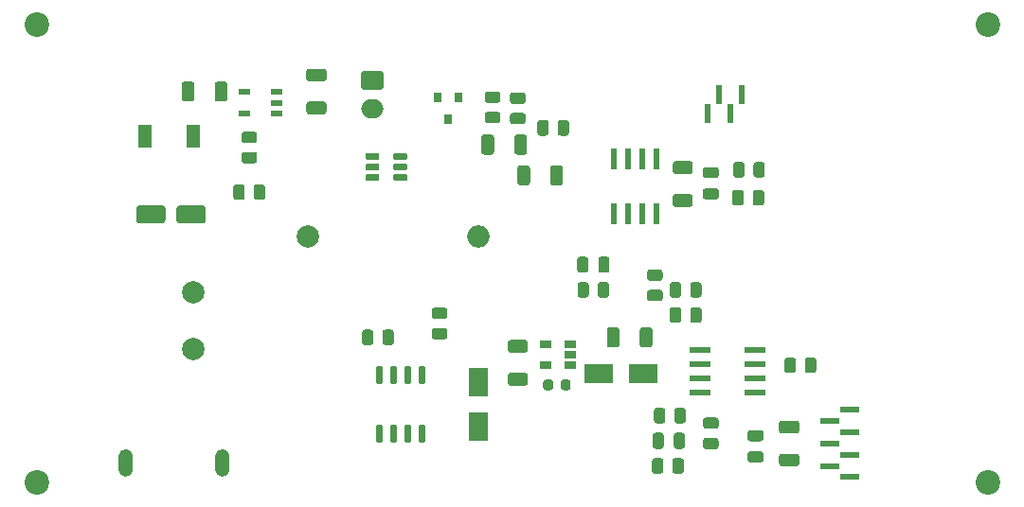
<source format=gbr>
%TF.GenerationSoftware,KiCad,Pcbnew,(5.1.10)-1*%
%TF.CreationDate,2022-10-02T14:19:25-06:00*%
%TF.ProjectId,PowerSupply,506f7765-7253-4757-9070-6c792e6b6963,rev?*%
%TF.SameCoordinates,Original*%
%TF.FileFunction,Soldermask,Top*%
%TF.FilePolarity,Negative*%
%FSLAX46Y46*%
G04 Gerber Fmt 4.6, Leading zero omitted, Abs format (unit mm)*
G04 Created by KiCad (PCBNEW (5.1.10)-1) date 2022-10-02 14:19:25*
%MOMM*%
%LPD*%
G01*
G04 APERTURE LIST*
%ADD10C,2.200000*%
%ADD11R,1.750000X0.600000*%
%ADD12R,0.600000X1.750000*%
%ADD13R,1.060000X0.650000*%
%ADD14R,1.100000X0.600000*%
%ADD15R,0.558800X1.981200*%
%ADD16R,1.981200X0.558800*%
%ADD17O,2.000000X2.000000*%
%ADD18C,2.000000*%
%ADD19O,2.000000X1.700000*%
%ADD20R,2.500000X1.800000*%
%ADD21R,1.800000X2.500000*%
%ADD22R,1.270000X2.108200*%
%ADD23R,0.800000X0.900000*%
G04 APERTURE END LIST*
D10*
%TO.C,REF\u002A\u002A*%
X133070000Y-48100000D03*
%TD*%
%TO.C,REF\u002A\u002A*%
X133070000Y-89100000D03*
%TD*%
%TO.C,REF\u002A\u002A*%
X48070000Y-89100000D03*
%TD*%
%TO.C,REF\u002A\u002A*%
X48070000Y-48100000D03*
%TD*%
D11*
%TO.C,J104*%
X118945000Y-83600000D03*
X118945000Y-85600000D03*
X118945000Y-87600000D03*
X120695000Y-82600000D03*
X120695000Y-84600000D03*
X120695000Y-86600000D03*
X120695000Y-88600000D03*
%TD*%
D12*
%TO.C,J103*%
X108070000Y-56100000D03*
X110070000Y-56100000D03*
X109070000Y-54350000D03*
X111070000Y-54350000D03*
%TD*%
%TO.C,C301*%
G36*
G01*
X59570000Y-64550000D02*
X59570000Y-65650000D01*
G75*
G02*
X59320000Y-65900000I-250000J0D01*
G01*
X57220000Y-65900000D01*
G75*
G02*
X56970000Y-65650000I0J250000D01*
G01*
X56970000Y-64550000D01*
G75*
G02*
X57220000Y-64300000I250000J0D01*
G01*
X59320000Y-64300000D01*
G75*
G02*
X59570000Y-64550000I0J-250000D01*
G01*
G37*
G36*
G01*
X63170000Y-64550000D02*
X63170000Y-65650000D01*
G75*
G02*
X62920000Y-65900000I-250000J0D01*
G01*
X60820000Y-65900000D01*
G75*
G02*
X60570000Y-65650000I0J250000D01*
G01*
X60570000Y-64550000D01*
G75*
G02*
X60820000Y-64300000I250000J0D01*
G01*
X62920000Y-64300000D01*
G75*
G02*
X63170000Y-64550000I0J-250000D01*
G01*
G37*
%TD*%
D13*
%TO.C,e*%
X93570000Y-78600000D03*
X93570000Y-76700000D03*
X95770000Y-76700000D03*
X95770000Y-77650000D03*
X95770000Y-78600000D03*
%TD*%
D14*
%TO.C,U301*%
X66670000Y-56049999D03*
X66670000Y-54149999D03*
X69470000Y-54149999D03*
X69470000Y-55099999D03*
X69470000Y-56049999D03*
%TD*%
D15*
%TO.C,U203*%
X99665000Y-60136200D03*
X100935000Y-60136200D03*
X102205000Y-60136200D03*
X103475000Y-60136200D03*
X103475000Y-65063800D03*
X102205000Y-65063800D03*
X100935000Y-65063800D03*
X99665000Y-65063800D03*
%TD*%
D16*
%TO.C,e*%
X107356200Y-81005000D03*
X107356200Y-79735000D03*
X107356200Y-78465000D03*
X107356200Y-77195000D03*
X112283800Y-77195000D03*
X112283800Y-78465000D03*
X112283800Y-79735000D03*
X112283800Y-81005000D03*
%TD*%
%TO.C,U201*%
G36*
G01*
X79955000Y-60110000D02*
X79955000Y-59690000D01*
G75*
G02*
X80045000Y-59600000I90000J0D01*
G01*
X81085000Y-59600000D01*
G75*
G02*
X81175000Y-59690000I0J-90000D01*
G01*
X81175000Y-60110000D01*
G75*
G02*
X81085000Y-60200000I-90000J0D01*
G01*
X80045000Y-60200000D01*
G75*
G02*
X79955000Y-60110000I0J90000D01*
G01*
G37*
G36*
G01*
X79955000Y-61060000D02*
X79955000Y-60640000D01*
G75*
G02*
X80045000Y-60550000I90000J0D01*
G01*
X81085000Y-60550000D01*
G75*
G02*
X81175000Y-60640000I0J-90000D01*
G01*
X81175000Y-61060000D01*
G75*
G02*
X81085000Y-61150000I-90000J0D01*
G01*
X80045000Y-61150000D01*
G75*
G02*
X79955000Y-61060000I0J90000D01*
G01*
G37*
G36*
G01*
X79955000Y-62010000D02*
X79955000Y-61590000D01*
G75*
G02*
X80045000Y-61500000I90000J0D01*
G01*
X81085000Y-61500000D01*
G75*
G02*
X81175000Y-61590000I0J-90000D01*
G01*
X81175000Y-62010000D01*
G75*
G02*
X81085000Y-62100000I-90000J0D01*
G01*
X80045000Y-62100000D01*
G75*
G02*
X79955000Y-62010000I0J90000D01*
G01*
G37*
G36*
G01*
X77465000Y-62010000D02*
X77465000Y-61590000D01*
G75*
G02*
X77555000Y-61500000I90000J0D01*
G01*
X78595000Y-61500000D01*
G75*
G02*
X78685000Y-61590000I0J-90000D01*
G01*
X78685000Y-62010000D01*
G75*
G02*
X78595000Y-62100000I-90000J0D01*
G01*
X77555000Y-62100000D01*
G75*
G02*
X77465000Y-62010000I0J90000D01*
G01*
G37*
G36*
G01*
X77465000Y-61060000D02*
X77465000Y-60640000D01*
G75*
G02*
X77555000Y-60550000I90000J0D01*
G01*
X78595000Y-60550000D01*
G75*
G02*
X78685000Y-60640000I0J-90000D01*
G01*
X78685000Y-61060000D01*
G75*
G02*
X78595000Y-61150000I-90000J0D01*
G01*
X77555000Y-61150000D01*
G75*
G02*
X77465000Y-61060000I0J90000D01*
G01*
G37*
G36*
G01*
X77465000Y-60110000D02*
X77465000Y-59690000D01*
G75*
G02*
X77555000Y-59600000I90000J0D01*
G01*
X78595000Y-59600000D01*
G75*
G02*
X78685000Y-59690000I0J-90000D01*
G01*
X78685000Y-60110000D01*
G75*
G02*
X78595000Y-60200000I-90000J0D01*
G01*
X77555000Y-60200000D01*
G75*
G02*
X77465000Y-60110000I0J90000D01*
G01*
G37*
%TD*%
%TO.C,R306*%
G36*
G01*
X97420000Y-71399998D02*
X97420000Y-72300002D01*
G75*
G02*
X97170002Y-72550000I-249998J0D01*
G01*
X96644998Y-72550000D01*
G75*
G02*
X96395000Y-72300002I0J249998D01*
G01*
X96395000Y-71399998D01*
G75*
G02*
X96644998Y-71150000I249998J0D01*
G01*
X97170002Y-71150000D01*
G75*
G02*
X97420000Y-71399998I0J-249998D01*
G01*
G37*
G36*
G01*
X99245000Y-71399998D02*
X99245000Y-72300002D01*
G75*
G02*
X98995002Y-72550000I-249998J0D01*
G01*
X98469998Y-72550000D01*
G75*
G02*
X98220000Y-72300002I0J249998D01*
G01*
X98220000Y-71399998D01*
G75*
G02*
X98469998Y-71150000I249998J0D01*
G01*
X98995002Y-71150000D01*
G75*
G02*
X99245000Y-71399998I0J-249998D01*
G01*
G37*
%TD*%
%TO.C,R305*%
G36*
G01*
X102869998Y-71837500D02*
X103770002Y-71837500D01*
G75*
G02*
X104020000Y-72087498I0J-249998D01*
G01*
X104020000Y-72612502D01*
G75*
G02*
X103770002Y-72862500I-249998J0D01*
G01*
X102869998Y-72862500D01*
G75*
G02*
X102620000Y-72612502I0J249998D01*
G01*
X102620000Y-72087498D01*
G75*
G02*
X102869998Y-71837500I249998J0D01*
G01*
G37*
G36*
G01*
X102869998Y-70012500D02*
X103770002Y-70012500D01*
G75*
G02*
X104020000Y-70262498I0J-249998D01*
G01*
X104020000Y-70787502D01*
G75*
G02*
X103770002Y-71037500I-249998J0D01*
G01*
X102869998Y-71037500D01*
G75*
G02*
X102620000Y-70787502I0J249998D01*
G01*
X102620000Y-70262498D01*
G75*
G02*
X102869998Y-70012500I249998J0D01*
G01*
G37*
%TD*%
%TO.C,R304*%
G36*
G01*
X66619998Y-59500000D02*
X67520002Y-59500000D01*
G75*
G02*
X67770000Y-59749998I0J-249998D01*
G01*
X67770000Y-60275002D01*
G75*
G02*
X67520002Y-60525000I-249998J0D01*
G01*
X66619998Y-60525000D01*
G75*
G02*
X66370000Y-60275002I0J249998D01*
G01*
X66370000Y-59749998D01*
G75*
G02*
X66619998Y-59500000I249998J0D01*
G01*
G37*
G36*
G01*
X66619998Y-57675000D02*
X67520002Y-57675000D01*
G75*
G02*
X67770000Y-57924998I0J-249998D01*
G01*
X67770000Y-58450002D01*
G75*
G02*
X67520002Y-58700000I-249998J0D01*
G01*
X66619998Y-58700000D01*
G75*
G02*
X66370000Y-58450002I0J249998D01*
G01*
X66370000Y-57924998D01*
G75*
G02*
X66619998Y-57675000I249998J0D01*
G01*
G37*
%TD*%
%TO.C,R303*%
G36*
G01*
X84520002Y-74450000D02*
X83619998Y-74450000D01*
G75*
G02*
X83370000Y-74200002I0J249998D01*
G01*
X83370000Y-73674998D01*
G75*
G02*
X83619998Y-73425000I249998J0D01*
G01*
X84520002Y-73425000D01*
G75*
G02*
X84770000Y-73674998I0J-249998D01*
G01*
X84770000Y-74200002D01*
G75*
G02*
X84520002Y-74450000I-249998J0D01*
G01*
G37*
G36*
G01*
X84520002Y-76275000D02*
X83619998Y-76275000D01*
G75*
G02*
X83370000Y-76025002I0J249998D01*
G01*
X83370000Y-75499998D01*
G75*
G02*
X83619998Y-75250000I249998J0D01*
G01*
X84520002Y-75250000D01*
G75*
G02*
X84770000Y-75499998I0J-249998D01*
G01*
X84770000Y-76025002D01*
G75*
G02*
X84520002Y-76275000I-249998J0D01*
G01*
G37*
%TD*%
%TO.C,R302*%
G36*
G01*
X67470000Y-63550002D02*
X67470000Y-62649998D01*
G75*
G02*
X67719998Y-62400000I249998J0D01*
G01*
X68245002Y-62400000D01*
G75*
G02*
X68495000Y-62649998I0J-249998D01*
G01*
X68495000Y-63550002D01*
G75*
G02*
X68245002Y-63800000I-249998J0D01*
G01*
X67719998Y-63800000D01*
G75*
G02*
X67470000Y-63550002I0J249998D01*
G01*
G37*
G36*
G01*
X65645000Y-63550002D02*
X65645000Y-62649998D01*
G75*
G02*
X65894998Y-62400000I249998J0D01*
G01*
X66420002Y-62400000D01*
G75*
G02*
X66670000Y-62649998I0J-249998D01*
G01*
X66670000Y-63550002D01*
G75*
G02*
X66420002Y-63800000I-249998J0D01*
G01*
X65894998Y-63800000D01*
G75*
G02*
X65645000Y-63550002I0J249998D01*
G01*
G37*
%TD*%
%TO.C,R301*%
G36*
G01*
X78970000Y-76550002D02*
X78970000Y-75649998D01*
G75*
G02*
X79219998Y-75400000I249998J0D01*
G01*
X79745002Y-75400000D01*
G75*
G02*
X79995000Y-75649998I0J-249998D01*
G01*
X79995000Y-76550002D01*
G75*
G02*
X79745002Y-76800000I-249998J0D01*
G01*
X79219998Y-76800000D01*
G75*
G02*
X78970000Y-76550002I0J249998D01*
G01*
G37*
G36*
G01*
X77145000Y-76550002D02*
X77145000Y-75649998D01*
G75*
G02*
X77394998Y-75400000I249998J0D01*
G01*
X77920002Y-75400000D01*
G75*
G02*
X78170000Y-75649998I0J-249998D01*
G01*
X78170000Y-76550002D01*
G75*
G02*
X77920002Y-76800000I-249998J0D01*
G01*
X77394998Y-76800000D01*
G75*
G02*
X77145000Y-76550002I0J249998D01*
G01*
G37*
%TD*%
%TO.C,R211*%
G36*
G01*
X112132500Y-61550002D02*
X112132500Y-60649998D01*
G75*
G02*
X112382498Y-60400000I249998J0D01*
G01*
X112907502Y-60400000D01*
G75*
G02*
X113157500Y-60649998I0J-249998D01*
G01*
X113157500Y-61550002D01*
G75*
G02*
X112907502Y-61800000I-249998J0D01*
G01*
X112382498Y-61800000D01*
G75*
G02*
X112132500Y-61550002I0J249998D01*
G01*
G37*
G36*
G01*
X110307500Y-61550002D02*
X110307500Y-60649998D01*
G75*
G02*
X110557498Y-60400000I249998J0D01*
G01*
X111082502Y-60400000D01*
G75*
G02*
X111332500Y-60649998I0J-249998D01*
G01*
X111332500Y-61550002D01*
G75*
G02*
X111082502Y-61800000I-249998J0D01*
G01*
X110557498Y-61800000D01*
G75*
G02*
X110307500Y-61550002I0J249998D01*
G01*
G37*
%TD*%
%TO.C,R210*%
G36*
G01*
X93832500Y-56899998D02*
X93832500Y-57800002D01*
G75*
G02*
X93582502Y-58050000I-249998J0D01*
G01*
X93057498Y-58050000D01*
G75*
G02*
X92807500Y-57800002I0J249998D01*
G01*
X92807500Y-56899998D01*
G75*
G02*
X93057498Y-56650000I249998J0D01*
G01*
X93582502Y-56650000D01*
G75*
G02*
X93832500Y-56899998I0J-249998D01*
G01*
G37*
G36*
G01*
X95657500Y-56899998D02*
X95657500Y-57800002D01*
G75*
G02*
X95407502Y-58050000I-249998J0D01*
G01*
X94882498Y-58050000D01*
G75*
G02*
X94632500Y-57800002I0J249998D01*
G01*
X94632500Y-56899998D01*
G75*
G02*
X94882498Y-56650000I249998J0D01*
G01*
X95407502Y-56650000D01*
G75*
G02*
X95657500Y-56899998I0J-249998D01*
G01*
G37*
%TD*%
%TO.C,R209*%
G36*
G01*
X112057500Y-64050002D02*
X112057500Y-63149998D01*
G75*
G02*
X112307498Y-62900000I249998J0D01*
G01*
X112832502Y-62900000D01*
G75*
G02*
X113082500Y-63149998I0J-249998D01*
G01*
X113082500Y-64050002D01*
G75*
G02*
X112832502Y-64300000I-249998J0D01*
G01*
X112307498Y-64300000D01*
G75*
G02*
X112057500Y-64050002I0J249998D01*
G01*
G37*
G36*
G01*
X110232500Y-64050002D02*
X110232500Y-63149998D01*
G75*
G02*
X110482498Y-62900000I249998J0D01*
G01*
X111007502Y-62900000D01*
G75*
G02*
X111257500Y-63149998I0J-249998D01*
G01*
X111257500Y-64050002D01*
G75*
G02*
X111007502Y-64300000I-249998J0D01*
G01*
X110482498Y-64300000D01*
G75*
G02*
X110232500Y-64050002I0J249998D01*
G01*
G37*
%TD*%
%TO.C,R208*%
G36*
G01*
X88369998Y-55912500D02*
X89270002Y-55912500D01*
G75*
G02*
X89520000Y-56162498I0J-249998D01*
G01*
X89520000Y-56687502D01*
G75*
G02*
X89270002Y-56937500I-249998J0D01*
G01*
X88369998Y-56937500D01*
G75*
G02*
X88120000Y-56687502I0J249998D01*
G01*
X88120000Y-56162498D01*
G75*
G02*
X88369998Y-55912500I249998J0D01*
G01*
G37*
G36*
G01*
X88369998Y-54087500D02*
X89270002Y-54087500D01*
G75*
G02*
X89520000Y-54337498I0J-249998D01*
G01*
X89520000Y-54862502D01*
G75*
G02*
X89270002Y-55112500I-249998J0D01*
G01*
X88369998Y-55112500D01*
G75*
G02*
X88120000Y-54862502I0J249998D01*
G01*
X88120000Y-54337498D01*
G75*
G02*
X88369998Y-54087500I249998J0D01*
G01*
G37*
%TD*%
%TO.C,R207*%
G36*
G01*
X91520002Y-55200000D02*
X90619998Y-55200000D01*
G75*
G02*
X90370000Y-54950002I0J249998D01*
G01*
X90370000Y-54424998D01*
G75*
G02*
X90619998Y-54175000I249998J0D01*
G01*
X91520002Y-54175000D01*
G75*
G02*
X91770000Y-54424998I0J-249998D01*
G01*
X91770000Y-54950002D01*
G75*
G02*
X91520002Y-55200000I-249998J0D01*
G01*
G37*
G36*
G01*
X91520002Y-57025000D02*
X90619998Y-57025000D01*
G75*
G02*
X90370000Y-56775002I0J249998D01*
G01*
X90370000Y-56249998D01*
G75*
G02*
X90619998Y-56000000I249998J0D01*
G01*
X91520002Y-56000000D01*
G75*
G02*
X91770000Y-56249998I0J-249998D01*
G01*
X91770000Y-56775002D01*
G75*
G02*
X91520002Y-57025000I-249998J0D01*
G01*
G37*
%TD*%
%TO.C,R206*%
G36*
G01*
X106470000Y-74550002D02*
X106470000Y-73649998D01*
G75*
G02*
X106719998Y-73400000I249998J0D01*
G01*
X107245002Y-73400000D01*
G75*
G02*
X107495000Y-73649998I0J-249998D01*
G01*
X107495000Y-74550002D01*
G75*
G02*
X107245002Y-74800000I-249998J0D01*
G01*
X106719998Y-74800000D01*
G75*
G02*
X106470000Y-74550002I0J249998D01*
G01*
G37*
G36*
G01*
X104645000Y-74550002D02*
X104645000Y-73649998D01*
G75*
G02*
X104894998Y-73400000I249998J0D01*
G01*
X105420002Y-73400000D01*
G75*
G02*
X105670000Y-73649998I0J-249998D01*
G01*
X105670000Y-74550002D01*
G75*
G02*
X105420002Y-74800000I-249998J0D01*
G01*
X104894998Y-74800000D01*
G75*
G02*
X104645000Y-74550002I0J249998D01*
G01*
G37*
%TD*%
%TO.C,R205*%
G36*
G01*
X106470000Y-72300002D02*
X106470000Y-71399998D01*
G75*
G02*
X106719998Y-71150000I249998J0D01*
G01*
X107245002Y-71150000D01*
G75*
G02*
X107495000Y-71399998I0J-249998D01*
G01*
X107495000Y-72300002D01*
G75*
G02*
X107245002Y-72550000I-249998J0D01*
G01*
X106719998Y-72550000D01*
G75*
G02*
X106470000Y-72300002I0J249998D01*
G01*
G37*
G36*
G01*
X104645000Y-72300002D02*
X104645000Y-71399998D01*
G75*
G02*
X104894998Y-71150000I249998J0D01*
G01*
X105420002Y-71150000D01*
G75*
G02*
X105670000Y-71399998I0J-249998D01*
G01*
X105670000Y-72300002D01*
G75*
G02*
X105420002Y-72550000I-249998J0D01*
G01*
X104894998Y-72550000D01*
G75*
G02*
X104645000Y-72300002I0J249998D01*
G01*
G37*
%TD*%
%TO.C,R204*%
G36*
G01*
X116720000Y-79050002D02*
X116720000Y-78149998D01*
G75*
G02*
X116969998Y-77900000I249998J0D01*
G01*
X117495002Y-77900000D01*
G75*
G02*
X117745000Y-78149998I0J-249998D01*
G01*
X117745000Y-79050002D01*
G75*
G02*
X117495002Y-79300000I-249998J0D01*
G01*
X116969998Y-79300000D01*
G75*
G02*
X116720000Y-79050002I0J249998D01*
G01*
G37*
G36*
G01*
X114895000Y-79050002D02*
X114895000Y-78149998D01*
G75*
G02*
X115144998Y-77900000I249998J0D01*
G01*
X115670002Y-77900000D01*
G75*
G02*
X115920000Y-78149998I0J-249998D01*
G01*
X115920000Y-79050002D01*
G75*
G02*
X115670002Y-79300000I-249998J0D01*
G01*
X115144998Y-79300000D01*
G75*
G02*
X114895000Y-79050002I0J249998D01*
G01*
G37*
%TD*%
%TO.C,R203*%
G36*
G01*
X107869998Y-85087500D02*
X108770002Y-85087500D01*
G75*
G02*
X109020000Y-85337498I0J-249998D01*
G01*
X109020000Y-85862502D01*
G75*
G02*
X108770002Y-86112500I-249998J0D01*
G01*
X107869998Y-86112500D01*
G75*
G02*
X107620000Y-85862502I0J249998D01*
G01*
X107620000Y-85337498D01*
G75*
G02*
X107869998Y-85087500I249998J0D01*
G01*
G37*
G36*
G01*
X107869998Y-83262500D02*
X108770002Y-83262500D01*
G75*
G02*
X109020000Y-83512498I0J-249998D01*
G01*
X109020000Y-84037502D01*
G75*
G02*
X108770002Y-84287500I-249998J0D01*
G01*
X107869998Y-84287500D01*
G75*
G02*
X107620000Y-84037502I0J249998D01*
G01*
X107620000Y-83512498D01*
G75*
G02*
X107869998Y-83262500I249998J0D01*
G01*
G37*
%TD*%
%TO.C,R202*%
G36*
G01*
X104082500Y-87149998D02*
X104082500Y-88050002D01*
G75*
G02*
X103832502Y-88300000I-249998J0D01*
G01*
X103307498Y-88300000D01*
G75*
G02*
X103057500Y-88050002I0J249998D01*
G01*
X103057500Y-87149998D01*
G75*
G02*
X103307498Y-86900000I249998J0D01*
G01*
X103832502Y-86900000D01*
G75*
G02*
X104082500Y-87149998I0J-249998D01*
G01*
G37*
G36*
G01*
X105907500Y-87149998D02*
X105907500Y-88050002D01*
G75*
G02*
X105657502Y-88300000I-249998J0D01*
G01*
X105132498Y-88300000D01*
G75*
G02*
X104882500Y-88050002I0J249998D01*
G01*
X104882500Y-87149998D01*
G75*
G02*
X105132498Y-86900000I249998J0D01*
G01*
X105657502Y-86900000D01*
G75*
G02*
X105907500Y-87149998I0J-249998D01*
G01*
G37*
%TD*%
%TO.C,e*%
G36*
G01*
X105057500Y-83550002D02*
X105057500Y-82649998D01*
G75*
G02*
X105307498Y-82400000I249998J0D01*
G01*
X105832502Y-82400000D01*
G75*
G02*
X106082500Y-82649998I0J-249998D01*
G01*
X106082500Y-83550002D01*
G75*
G02*
X105832502Y-83800000I-249998J0D01*
G01*
X105307498Y-83800000D01*
G75*
G02*
X105057500Y-83550002I0J249998D01*
G01*
G37*
G36*
G01*
X103232500Y-83550002D02*
X103232500Y-82649998D01*
G75*
G02*
X103482498Y-82400000I249998J0D01*
G01*
X104007502Y-82400000D01*
G75*
G02*
X104257500Y-82649998I0J-249998D01*
G01*
X104257500Y-83550002D01*
G75*
G02*
X104007502Y-83800000I-249998J0D01*
G01*
X103482498Y-83800000D01*
G75*
G02*
X103232500Y-83550002I0J249998D01*
G01*
G37*
%TD*%
%TO.C,Q301*%
G36*
G01*
X82325000Y-83900000D02*
X82625000Y-83900000D01*
G75*
G02*
X82775000Y-84050000I0J-150000D01*
G01*
X82775000Y-85400000D01*
G75*
G02*
X82625000Y-85550000I-150000J0D01*
G01*
X82325000Y-85550000D01*
G75*
G02*
X82175000Y-85400000I0J150000D01*
G01*
X82175000Y-84050000D01*
G75*
G02*
X82325000Y-83900000I150000J0D01*
G01*
G37*
G36*
G01*
X81055000Y-83900000D02*
X81355000Y-83900000D01*
G75*
G02*
X81505000Y-84050000I0J-150000D01*
G01*
X81505000Y-85400000D01*
G75*
G02*
X81355000Y-85550000I-150000J0D01*
G01*
X81055000Y-85550000D01*
G75*
G02*
X80905000Y-85400000I0J150000D01*
G01*
X80905000Y-84050000D01*
G75*
G02*
X81055000Y-83900000I150000J0D01*
G01*
G37*
G36*
G01*
X79785000Y-83900000D02*
X80085000Y-83900000D01*
G75*
G02*
X80235000Y-84050000I0J-150000D01*
G01*
X80235000Y-85400000D01*
G75*
G02*
X80085000Y-85550000I-150000J0D01*
G01*
X79785000Y-85550000D01*
G75*
G02*
X79635000Y-85400000I0J150000D01*
G01*
X79635000Y-84050000D01*
G75*
G02*
X79785000Y-83900000I150000J0D01*
G01*
G37*
G36*
G01*
X78515000Y-83900000D02*
X78815000Y-83900000D01*
G75*
G02*
X78965000Y-84050000I0J-150000D01*
G01*
X78965000Y-85400000D01*
G75*
G02*
X78815000Y-85550000I-150000J0D01*
G01*
X78515000Y-85550000D01*
G75*
G02*
X78365000Y-85400000I0J150000D01*
G01*
X78365000Y-84050000D01*
G75*
G02*
X78515000Y-83900000I150000J0D01*
G01*
G37*
G36*
G01*
X78515000Y-78650000D02*
X78815000Y-78650000D01*
G75*
G02*
X78965000Y-78800000I0J-150000D01*
G01*
X78965000Y-80150000D01*
G75*
G02*
X78815000Y-80300000I-150000J0D01*
G01*
X78515000Y-80300000D01*
G75*
G02*
X78365000Y-80150000I0J150000D01*
G01*
X78365000Y-78800000D01*
G75*
G02*
X78515000Y-78650000I150000J0D01*
G01*
G37*
G36*
G01*
X79785000Y-78650000D02*
X80085000Y-78650000D01*
G75*
G02*
X80235000Y-78800000I0J-150000D01*
G01*
X80235000Y-80150000D01*
G75*
G02*
X80085000Y-80300000I-150000J0D01*
G01*
X79785000Y-80300000D01*
G75*
G02*
X79635000Y-80150000I0J150000D01*
G01*
X79635000Y-78800000D01*
G75*
G02*
X79785000Y-78650000I150000J0D01*
G01*
G37*
G36*
G01*
X81055000Y-78650000D02*
X81355000Y-78650000D01*
G75*
G02*
X81505000Y-78800000I0J-150000D01*
G01*
X81505000Y-80150000D01*
G75*
G02*
X81355000Y-80300000I-150000J0D01*
G01*
X81055000Y-80300000D01*
G75*
G02*
X80905000Y-80150000I0J150000D01*
G01*
X80905000Y-78800000D01*
G75*
G02*
X81055000Y-78650000I150000J0D01*
G01*
G37*
G36*
G01*
X82325000Y-78650000D02*
X82625000Y-78650000D01*
G75*
G02*
X82775000Y-78800000I0J-150000D01*
G01*
X82775000Y-80150000D01*
G75*
G02*
X82625000Y-80300000I-150000J0D01*
G01*
X82325000Y-80300000D01*
G75*
G02*
X82175000Y-80150000I0J150000D01*
G01*
X82175000Y-78800000D01*
G75*
G02*
X82325000Y-78650000I150000J0D01*
G01*
G37*
%TD*%
%TO.C,L301*%
G36*
G01*
X94920000Y-80606250D02*
X94920000Y-80093750D01*
G75*
G02*
X95138750Y-79875000I218750J0D01*
G01*
X95576250Y-79875000D01*
G75*
G02*
X95795000Y-80093750I0J-218750D01*
G01*
X95795000Y-80606250D01*
G75*
G02*
X95576250Y-80825000I-218750J0D01*
G01*
X95138750Y-80825000D01*
G75*
G02*
X94920000Y-80606250I0J218750D01*
G01*
G37*
G36*
G01*
X93345000Y-80606250D02*
X93345000Y-80093750D01*
G75*
G02*
X93563750Y-79875000I218750J0D01*
G01*
X94001250Y-79875000D01*
G75*
G02*
X94220000Y-80093750I0J-218750D01*
G01*
X94220000Y-80606250D01*
G75*
G02*
X94001250Y-80825000I-218750J0D01*
G01*
X93563750Y-80825000D01*
G75*
G02*
X93345000Y-80606250I0J218750D01*
G01*
G37*
%TD*%
D17*
%TO.C,L201*%
X87560000Y-67100000D03*
D18*
X72320000Y-67100000D03*
%TD*%
D19*
%TO.C,J302*%
X78070000Y-55600000D03*
G36*
G01*
X77320000Y-52250000D02*
X78820000Y-52250000D01*
G75*
G02*
X79070000Y-52500000I0J-250000D01*
G01*
X79070000Y-53700000D01*
G75*
G02*
X78820000Y-53950000I-250000J0D01*
G01*
X77320000Y-53950000D01*
G75*
G02*
X77070000Y-53700000I0J250000D01*
G01*
X77070000Y-52500000D01*
G75*
G02*
X77320000Y-52250000I250000J0D01*
G01*
G37*
%TD*%
%TO.C,e*%
G36*
G01*
X64015000Y-87934999D02*
X64015000Y-86734999D01*
G75*
G02*
X64665000Y-86084999I650000J0D01*
G01*
X64665000Y-86084999D01*
G75*
G02*
X65315000Y-86734999I0J-650000D01*
G01*
X65315000Y-87934999D01*
G75*
G02*
X64665000Y-88584999I-650000J0D01*
G01*
X64665000Y-88584999D01*
G75*
G02*
X64015000Y-87934999I0J650000D01*
G01*
G37*
G36*
G01*
X55375000Y-87934999D02*
X55375000Y-86734999D01*
G75*
G02*
X56025000Y-86084999I650000J0D01*
G01*
X56025000Y-86084999D01*
G75*
G02*
X56675000Y-86734999I0J-650000D01*
G01*
X56675000Y-87934999D01*
G75*
G02*
X56025000Y-88584999I-650000J0D01*
G01*
X56025000Y-88584999D01*
G75*
G02*
X55375000Y-87934999I0J650000D01*
G01*
G37*
%TD*%
D18*
%TO.C,FB301*%
X62070000Y-77100000D03*
X62070000Y-72020000D03*
%TD*%
D20*
%TO.C,D303*%
X98320000Y-79350000D03*
X102320000Y-79350000D03*
%TD*%
D21*
%TO.C,e*%
X87570000Y-84100000D03*
X87570000Y-80100000D03*
%TD*%
D22*
%TO.C,D301*%
X57752000Y-58100000D03*
X62070000Y-58100000D03*
%TD*%
D23*
%TO.C,D201*%
X84820000Y-56600000D03*
X83870000Y-54600000D03*
X85770000Y-54600000D03*
%TD*%
%TO.C,C306*%
G36*
G01*
X100170000Y-75449999D02*
X100170000Y-76750001D01*
G75*
G02*
X99920001Y-77000000I-249999J0D01*
G01*
X99269999Y-77000000D01*
G75*
G02*
X99020000Y-76750001I0J249999D01*
G01*
X99020000Y-75449999D01*
G75*
G02*
X99269999Y-75200000I249999J0D01*
G01*
X99920001Y-75200000D01*
G75*
G02*
X100170000Y-75449999I0J-249999D01*
G01*
G37*
G36*
G01*
X103120000Y-75449999D02*
X103120000Y-76750001D01*
G75*
G02*
X102870001Y-77000000I-249999J0D01*
G01*
X102219999Y-77000000D01*
G75*
G02*
X101970000Y-76750001I0J249999D01*
G01*
X101970000Y-75449999D01*
G75*
G02*
X102219999Y-75200000I249999J0D01*
G01*
X102870001Y-75200000D01*
G75*
G02*
X103120000Y-75449999I0J-249999D01*
G01*
G37*
%TD*%
%TO.C,C305*%
G36*
G01*
X97370000Y-69125000D02*
X97370000Y-70075000D01*
G75*
G02*
X97120000Y-70325000I-250000J0D01*
G01*
X96620000Y-70325000D01*
G75*
G02*
X96370000Y-70075000I0J250000D01*
G01*
X96370000Y-69125000D01*
G75*
G02*
X96620000Y-68875000I250000J0D01*
G01*
X97120000Y-68875000D01*
G75*
G02*
X97370000Y-69125000I0J-250000D01*
G01*
G37*
G36*
G01*
X99270000Y-69125000D02*
X99270000Y-70075000D01*
G75*
G02*
X99020000Y-70325000I-250000J0D01*
G01*
X98520000Y-70325000D01*
G75*
G02*
X98270000Y-70075000I0J250000D01*
G01*
X98270000Y-69125000D01*
G75*
G02*
X98520000Y-68875000I250000J0D01*
G01*
X99020000Y-68875000D01*
G75*
G02*
X99270000Y-69125000I0J-250000D01*
G01*
G37*
%TD*%
%TO.C,C304*%
G36*
G01*
X72419999Y-55000000D02*
X73720001Y-55000000D01*
G75*
G02*
X73970000Y-55249999I0J-249999D01*
G01*
X73970000Y-55900001D01*
G75*
G02*
X73720001Y-56150000I-249999J0D01*
G01*
X72419999Y-56150000D01*
G75*
G02*
X72170000Y-55900001I0J249999D01*
G01*
X72170000Y-55249999D01*
G75*
G02*
X72419999Y-55000000I249999J0D01*
G01*
G37*
G36*
G01*
X72419999Y-52050000D02*
X73720001Y-52050000D01*
G75*
G02*
X73970000Y-52299999I0J-249999D01*
G01*
X73970000Y-52950001D01*
G75*
G02*
X73720001Y-53200000I-249999J0D01*
G01*
X72419999Y-53200000D01*
G75*
G02*
X72170000Y-52950001I0J249999D01*
G01*
X72170000Y-52299999D01*
G75*
G02*
X72419999Y-52050000I249999J0D01*
G01*
G37*
%TD*%
%TO.C,e*%
G36*
G01*
X91720001Y-77475000D02*
X90419999Y-77475000D01*
G75*
G02*
X90170000Y-77225001I0J249999D01*
G01*
X90170000Y-76574999D01*
G75*
G02*
X90419999Y-76325000I249999J0D01*
G01*
X91720001Y-76325000D01*
G75*
G02*
X91970000Y-76574999I0J-249999D01*
G01*
X91970000Y-77225001D01*
G75*
G02*
X91720001Y-77475000I-249999J0D01*
G01*
G37*
G36*
G01*
X91720001Y-80425000D02*
X90419999Y-80425000D01*
G75*
G02*
X90170000Y-80175001I0J249999D01*
G01*
X90170000Y-79524999D01*
G75*
G02*
X90419999Y-79275000I249999J0D01*
G01*
X91720001Y-79275000D01*
G75*
G02*
X91970000Y-79524999I0J-249999D01*
G01*
X91970000Y-80175001D01*
G75*
G02*
X91720001Y-80425000I-249999J0D01*
G01*
G37*
%TD*%
%TO.C,C302*%
G36*
G01*
X62170000Y-53449999D02*
X62170000Y-54750001D01*
G75*
G02*
X61920001Y-55000000I-249999J0D01*
G01*
X61269999Y-55000000D01*
G75*
G02*
X61020000Y-54750001I0J249999D01*
G01*
X61020000Y-53449999D01*
G75*
G02*
X61269999Y-53200000I249999J0D01*
G01*
X61920001Y-53200000D01*
G75*
G02*
X62170000Y-53449999I0J-249999D01*
G01*
G37*
G36*
G01*
X65120000Y-53449999D02*
X65120000Y-54750001D01*
G75*
G02*
X64870001Y-55000000I-249999J0D01*
G01*
X64219999Y-55000000D01*
G75*
G02*
X63970000Y-54750001I0J249999D01*
G01*
X63970000Y-53449999D01*
G75*
G02*
X64219999Y-53200000I249999J0D01*
G01*
X64870001Y-53200000D01*
G75*
G02*
X65120000Y-53449999I0J-249999D01*
G01*
G37*
%TD*%
%TO.C,C203*%
G36*
G01*
X92170000Y-60949999D02*
X92170000Y-62250001D01*
G75*
G02*
X91920001Y-62500000I-249999J0D01*
G01*
X91269999Y-62500000D01*
G75*
G02*
X91020000Y-62250001I0J249999D01*
G01*
X91020000Y-60949999D01*
G75*
G02*
X91269999Y-60700000I249999J0D01*
G01*
X91920001Y-60700000D01*
G75*
G02*
X92170000Y-60949999I0J-249999D01*
G01*
G37*
G36*
G01*
X95120000Y-60949999D02*
X95120000Y-62250001D01*
G75*
G02*
X94870001Y-62500000I-249999J0D01*
G01*
X94219999Y-62500000D01*
G75*
G02*
X93970000Y-62250001I0J249999D01*
G01*
X93970000Y-60949999D01*
G75*
G02*
X94219999Y-60700000I249999J0D01*
G01*
X94870001Y-60700000D01*
G75*
G02*
X95120000Y-60949999I0J-249999D01*
G01*
G37*
%TD*%
%TO.C,C202*%
G36*
G01*
X88945000Y-58199999D02*
X88945000Y-59500001D01*
G75*
G02*
X88695001Y-59750000I-249999J0D01*
G01*
X88044999Y-59750000D01*
G75*
G02*
X87795000Y-59500001I0J249999D01*
G01*
X87795000Y-58199999D01*
G75*
G02*
X88044999Y-57950000I249999J0D01*
G01*
X88695001Y-57950000D01*
G75*
G02*
X88945000Y-58199999I0J-249999D01*
G01*
G37*
G36*
G01*
X91895000Y-58199999D02*
X91895000Y-59500001D01*
G75*
G02*
X91645001Y-59750000I-249999J0D01*
G01*
X90994999Y-59750000D01*
G75*
G02*
X90745000Y-59500001I0J249999D01*
G01*
X90745000Y-58199999D01*
G75*
G02*
X90994999Y-57950000I249999J0D01*
G01*
X91645001Y-57950000D01*
G75*
G02*
X91895000Y-58199999I0J-249999D01*
G01*
G37*
%TD*%
%TO.C,C201*%
G36*
G01*
X104120000Y-84875000D02*
X104120000Y-85825000D01*
G75*
G02*
X103870000Y-86075000I-250000J0D01*
G01*
X103370000Y-86075000D01*
G75*
G02*
X103120000Y-85825000I0J250000D01*
G01*
X103120000Y-84875000D01*
G75*
G02*
X103370000Y-84625000I250000J0D01*
G01*
X103870000Y-84625000D01*
G75*
G02*
X104120000Y-84875000I0J-250000D01*
G01*
G37*
G36*
G01*
X106020000Y-84875000D02*
X106020000Y-85825000D01*
G75*
G02*
X105770000Y-86075000I-250000J0D01*
G01*
X105270000Y-86075000D01*
G75*
G02*
X105020000Y-85825000I0J250000D01*
G01*
X105020000Y-84875000D01*
G75*
G02*
X105270000Y-84625000I250000J0D01*
G01*
X105770000Y-84625000D01*
G75*
G02*
X106020000Y-84875000I0J-250000D01*
G01*
G37*
%TD*%
%TO.C,C110*%
G36*
G01*
X107845000Y-62750000D02*
X108795000Y-62750000D01*
G75*
G02*
X109045000Y-63000000I0J-250000D01*
G01*
X109045000Y-63500000D01*
G75*
G02*
X108795000Y-63750000I-250000J0D01*
G01*
X107845000Y-63750000D01*
G75*
G02*
X107595000Y-63500000I0J250000D01*
G01*
X107595000Y-63000000D01*
G75*
G02*
X107845000Y-62750000I250000J0D01*
G01*
G37*
G36*
G01*
X107845000Y-60850000D02*
X108795000Y-60850000D01*
G75*
G02*
X109045000Y-61100000I0J-250000D01*
G01*
X109045000Y-61600000D01*
G75*
G02*
X108795000Y-61850000I-250000J0D01*
G01*
X107845000Y-61850000D01*
G75*
G02*
X107595000Y-61600000I0J250000D01*
G01*
X107595000Y-61100000D01*
G75*
G02*
X107845000Y-60850000I250000J0D01*
G01*
G37*
%TD*%
%TO.C,C109*%
G36*
G01*
X112795000Y-85400000D02*
X111845000Y-85400000D01*
G75*
G02*
X111595000Y-85150000I0J250000D01*
G01*
X111595000Y-84650000D01*
G75*
G02*
X111845000Y-84400000I250000J0D01*
G01*
X112795000Y-84400000D01*
G75*
G02*
X113045000Y-84650000I0J-250000D01*
G01*
X113045000Y-85150000D01*
G75*
G02*
X112795000Y-85400000I-250000J0D01*
G01*
G37*
G36*
G01*
X112795000Y-87300000D02*
X111845000Y-87300000D01*
G75*
G02*
X111595000Y-87050000I0J250000D01*
G01*
X111595000Y-86550000D01*
G75*
G02*
X111845000Y-86300000I250000J0D01*
G01*
X112795000Y-86300000D01*
G75*
G02*
X113045000Y-86550000I0J-250000D01*
G01*
X113045000Y-87050000D01*
G75*
G02*
X112795000Y-87300000I-250000J0D01*
G01*
G37*
%TD*%
%TO.C,C108*%
G36*
G01*
X105169999Y-63275000D02*
X106470001Y-63275000D01*
G75*
G02*
X106720000Y-63524999I0J-249999D01*
G01*
X106720000Y-64175001D01*
G75*
G02*
X106470001Y-64425000I-249999J0D01*
G01*
X105169999Y-64425000D01*
G75*
G02*
X104920000Y-64175001I0J249999D01*
G01*
X104920000Y-63524999D01*
G75*
G02*
X105169999Y-63275000I249999J0D01*
G01*
G37*
G36*
G01*
X105169999Y-60325000D02*
X106470001Y-60325000D01*
G75*
G02*
X106720000Y-60574999I0J-249999D01*
G01*
X106720000Y-61225001D01*
G75*
G02*
X106470001Y-61475000I-249999J0D01*
G01*
X105169999Y-61475000D01*
G75*
G02*
X104920000Y-61225001I0J249999D01*
G01*
X104920000Y-60574999D01*
G75*
G02*
X105169999Y-60325000I249999J0D01*
G01*
G37*
%TD*%
%TO.C,C107*%
G36*
G01*
X115970001Y-84700000D02*
X114669999Y-84700000D01*
G75*
G02*
X114420000Y-84450001I0J249999D01*
G01*
X114420000Y-83799999D01*
G75*
G02*
X114669999Y-83550000I249999J0D01*
G01*
X115970001Y-83550000D01*
G75*
G02*
X116220000Y-83799999I0J-249999D01*
G01*
X116220000Y-84450001D01*
G75*
G02*
X115970001Y-84700000I-249999J0D01*
G01*
G37*
G36*
G01*
X115970001Y-87650000D02*
X114669999Y-87650000D01*
G75*
G02*
X114420000Y-87400001I0J249999D01*
G01*
X114420000Y-86749999D01*
G75*
G02*
X114669999Y-86500000I249999J0D01*
G01*
X115970001Y-86500000D01*
G75*
G02*
X116220000Y-86749999I0J-249999D01*
G01*
X116220000Y-87400001D01*
G75*
G02*
X115970001Y-87650000I-249999J0D01*
G01*
G37*
%TD*%
M02*

</source>
